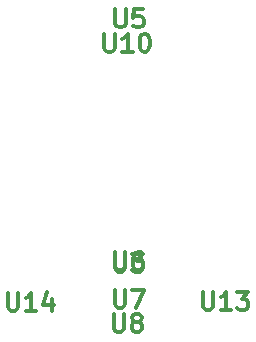
<source format=gbr>
G04 #@! TF.GenerationSoftware,KiCad,Pcbnew,(5.0.0)*
G04 #@! TF.CreationDate,2019-03-05T23:07:52-06:00*
G04 #@! TF.ProjectId,001,3030312E6B696361645F706362000000,rev?*
G04 #@! TF.SameCoordinates,Original*
G04 #@! TF.FileFunction,Other,Fab,Top*
%FSLAX46Y46*%
G04 Gerber Fmt 4.6, Leading zero omitted, Abs format (unit mm)*
G04 Created by KiCad (PCBNEW (5.0.0)) date 03/05/19 23:07:52*
%MOMM*%
%LPD*%
G01*
G04 APERTURE LIST*
%ADD10C,0.304800*%
G04 APERTURE END LIST*
G04 #@! TO.C,U7*
D10*
X137218857Y-71348813D02*
X137218857Y-72582527D01*
X137291428Y-72727670D01*
X137364000Y-72800242D01*
X137509142Y-72872813D01*
X137799428Y-72872813D01*
X137944571Y-72800242D01*
X138017142Y-72727670D01*
X138089714Y-72582527D01*
X138089714Y-71348813D01*
X138670285Y-71348813D02*
X139686285Y-71348813D01*
X139033142Y-72872813D01*
G04 #@! TO.C,U3*
X137218857Y-68298373D02*
X137218857Y-69532087D01*
X137291428Y-69677230D01*
X137364000Y-69749802D01*
X137509142Y-69822373D01*
X137799428Y-69822373D01*
X137944571Y-69749802D01*
X138017142Y-69677230D01*
X138089714Y-69532087D01*
X138089714Y-68298373D01*
X138670285Y-68298373D02*
X139613714Y-68298373D01*
X139105714Y-68878945D01*
X139323428Y-68878945D01*
X139468571Y-68951516D01*
X139541142Y-69024087D01*
X139613714Y-69169230D01*
X139613714Y-69532087D01*
X139541142Y-69677230D01*
X139468571Y-69749802D01*
X139323428Y-69822373D01*
X138888000Y-69822373D01*
X138742857Y-69749802D01*
X138670285Y-69677230D01*
G04 #@! TO.C,U5*
X137268857Y-47608522D02*
X137268857Y-48842236D01*
X137341428Y-48987379D01*
X137414000Y-49059951D01*
X137559142Y-49132522D01*
X137849428Y-49132522D01*
X137994571Y-49059951D01*
X138067142Y-48987379D01*
X138139714Y-48842236D01*
X138139714Y-47608522D01*
X139591142Y-47608522D02*
X138865428Y-47608522D01*
X138792857Y-48334236D01*
X138865428Y-48261665D01*
X139010571Y-48189094D01*
X139373428Y-48189094D01*
X139518571Y-48261665D01*
X139591142Y-48334236D01*
X139663714Y-48479379D01*
X139663714Y-48842236D01*
X139591142Y-48987379D01*
X139518571Y-49059951D01*
X139373428Y-49132522D01*
X139010571Y-49132522D01*
X138865428Y-49059951D01*
X138792857Y-48987379D01*
G04 #@! TO.C,U6*
X137218857Y-68122985D02*
X137218857Y-69356699D01*
X137291428Y-69501842D01*
X137364000Y-69574414D01*
X137509142Y-69646985D01*
X137799428Y-69646985D01*
X137944571Y-69574414D01*
X138017142Y-69501842D01*
X138089714Y-69356699D01*
X138089714Y-68122985D01*
X139468571Y-68122985D02*
X139178285Y-68122985D01*
X139033142Y-68195557D01*
X138960571Y-68268128D01*
X138815428Y-68485842D01*
X138742857Y-68776128D01*
X138742857Y-69356699D01*
X138815428Y-69501842D01*
X138888000Y-69574414D01*
X139033142Y-69646985D01*
X139323428Y-69646985D01*
X139468571Y-69574414D01*
X139541142Y-69501842D01*
X139613714Y-69356699D01*
X139613714Y-68993842D01*
X139541142Y-68848699D01*
X139468571Y-68776128D01*
X139323428Y-68703557D01*
X139033142Y-68703557D01*
X138888000Y-68776128D01*
X138815428Y-68848699D01*
X138742857Y-68993842D01*
G04 #@! TO.C,U8*
X137117257Y-73405028D02*
X137117257Y-74638742D01*
X137189828Y-74783885D01*
X137262400Y-74856457D01*
X137407542Y-74929028D01*
X137697828Y-74929028D01*
X137842971Y-74856457D01*
X137915542Y-74783885D01*
X137988114Y-74638742D01*
X137988114Y-73405028D01*
X138931542Y-74058171D02*
X138786400Y-73985600D01*
X138713828Y-73913028D01*
X138641257Y-73767885D01*
X138641257Y-73695314D01*
X138713828Y-73550171D01*
X138786400Y-73477600D01*
X138931542Y-73405028D01*
X139221828Y-73405028D01*
X139366971Y-73477600D01*
X139439542Y-73550171D01*
X139512114Y-73695314D01*
X139512114Y-73767885D01*
X139439542Y-73913028D01*
X139366971Y-73985600D01*
X139221828Y-74058171D01*
X138931542Y-74058171D01*
X138786400Y-74130742D01*
X138713828Y-74203314D01*
X138641257Y-74348457D01*
X138641257Y-74638742D01*
X138713828Y-74783885D01*
X138786400Y-74856457D01*
X138931542Y-74929028D01*
X139221828Y-74929028D01*
X139366971Y-74856457D01*
X139439542Y-74783885D01*
X139512114Y-74638742D01*
X139512114Y-74348457D01*
X139439542Y-74203314D01*
X139366971Y-74130742D01*
X139221828Y-74058171D01*
G04 #@! TO.C,U10*
X136339942Y-49666308D02*
X136339942Y-50900022D01*
X136412514Y-51045165D01*
X136485085Y-51117737D01*
X136630228Y-51190308D01*
X136920514Y-51190308D01*
X137065657Y-51117737D01*
X137138228Y-51045165D01*
X137210800Y-50900022D01*
X137210800Y-49666308D01*
X138734800Y-51190308D02*
X137863942Y-51190308D01*
X138299371Y-51190308D02*
X138299371Y-49666308D01*
X138154228Y-49884022D01*
X138009085Y-50029165D01*
X137863942Y-50101737D01*
X139678228Y-49666308D02*
X139823371Y-49666308D01*
X139968514Y-49738880D01*
X140041085Y-49811451D01*
X140113657Y-49956594D01*
X140186228Y-50246880D01*
X140186228Y-50609737D01*
X140113657Y-50900022D01*
X140041085Y-51045165D01*
X139968514Y-51117737D01*
X139823371Y-51190308D01*
X139678228Y-51190308D01*
X139533085Y-51117737D01*
X139460514Y-51045165D01*
X139387942Y-50900022D01*
X139315371Y-50609737D01*
X139315371Y-50246880D01*
X139387942Y-49956594D01*
X139460514Y-49811451D01*
X139533085Y-49738880D01*
X139678228Y-49666308D01*
G04 #@! TO.C,U13*
X144671942Y-71536033D02*
X144671942Y-72769747D01*
X144744514Y-72914890D01*
X144817085Y-72987462D01*
X144962228Y-73060033D01*
X145252514Y-73060033D01*
X145397657Y-72987462D01*
X145470228Y-72914890D01*
X145542800Y-72769747D01*
X145542800Y-71536033D01*
X147066800Y-73060033D02*
X146195942Y-73060033D01*
X146631371Y-73060033D02*
X146631371Y-71536033D01*
X146486228Y-71753747D01*
X146341085Y-71898890D01*
X146195942Y-71971462D01*
X147574800Y-71536033D02*
X148518228Y-71536033D01*
X148010228Y-72116605D01*
X148227942Y-72116605D01*
X148373085Y-72189176D01*
X148445657Y-72261747D01*
X148518228Y-72406890D01*
X148518228Y-72769747D01*
X148445657Y-72914890D01*
X148373085Y-72987462D01*
X148227942Y-73060033D01*
X147792514Y-73060033D01*
X147647371Y-72987462D01*
X147574800Y-72914890D01*
G04 #@! TO.C,U14*
X128161942Y-71591534D02*
X128161942Y-72825248D01*
X128234514Y-72970391D01*
X128307085Y-73042963D01*
X128452228Y-73115534D01*
X128742514Y-73115534D01*
X128887657Y-73042963D01*
X128960228Y-72970391D01*
X129032800Y-72825248D01*
X129032800Y-71591534D01*
X130556800Y-73115534D02*
X129685942Y-73115534D01*
X130121371Y-73115534D02*
X130121371Y-71591534D01*
X129976228Y-71809248D01*
X129831085Y-71954391D01*
X129685942Y-72026963D01*
X131863085Y-72099534D02*
X131863085Y-73115534D01*
X131500228Y-71518963D02*
X131137371Y-72607534D01*
X132080800Y-72607534D01*
G04 #@! TD*
M02*

</source>
